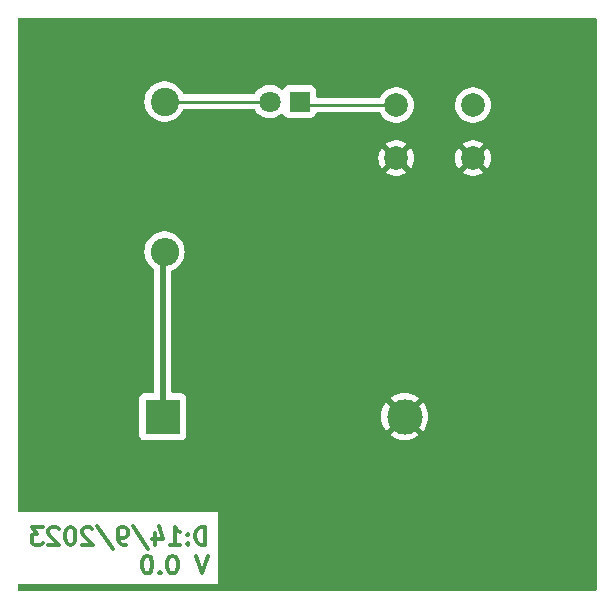
<source format=gbr>
%TF.GenerationSoftware,KiCad,Pcbnew,7.0.1*%
%TF.CreationDate,2023-09-18T10:01:42+03:00*%
%TF.ProjectId,led_tourch,6c65645f-746f-4757-9263-682e6b696361,Mohamed Saber*%
%TF.SameCoordinates,Original*%
%TF.FileFunction,Copper,L2,Bot*%
%TF.FilePolarity,Positive*%
%FSLAX45Y45*%
G04 Gerber Fmt 4.5, Leading zero omitted, Abs format (unit mm)*
G04 Created by KiCad (PCBNEW 7.0.1) date 2023-09-18 10:01:42*
%MOMM*%
%LPD*%
G01*
G04 APERTURE LIST*
%ADD10C,0.300000*%
%TA.AperFunction,NonConductor*%
%ADD11C,0.300000*%
%TD*%
%TA.AperFunction,ComponentPad*%
%ADD12R,1.800000X1.800000*%
%TD*%
%TA.AperFunction,ComponentPad*%
%ADD13C,1.800000*%
%TD*%
%TA.AperFunction,ComponentPad*%
%ADD14R,3.000000X3.000000*%
%TD*%
%TA.AperFunction,ComponentPad*%
%ADD15C,3.000000*%
%TD*%
%TA.AperFunction,ComponentPad*%
%ADD16C,2.000000*%
%TD*%
%TA.AperFunction,ComponentPad*%
%ADD17C,2.400000*%
%TD*%
%TA.AperFunction,ComponentPad*%
%ADD18O,2.400000X2.400000*%
%TD*%
%TA.AperFunction,Conductor*%
%ADD19C,0.250000*%
%TD*%
%TA.AperFunction,Conductor*%
%ADD20C,0.500000*%
%TD*%
G04 APERTURE END LIST*
D10*
D11*
X17363286Y-7180843D02*
X17363286Y-7030843D01*
X17363286Y-7030843D02*
X17327571Y-7030843D01*
X17327571Y-7030843D02*
X17306143Y-7037986D01*
X17306143Y-7037986D02*
X17291857Y-7052271D01*
X17291857Y-7052271D02*
X17284714Y-7066557D01*
X17284714Y-7066557D02*
X17277571Y-7095128D01*
X17277571Y-7095128D02*
X17277571Y-7116557D01*
X17277571Y-7116557D02*
X17284714Y-7145128D01*
X17284714Y-7145128D02*
X17291857Y-7159414D01*
X17291857Y-7159414D02*
X17306143Y-7173700D01*
X17306143Y-7173700D02*
X17327571Y-7180843D01*
X17327571Y-7180843D02*
X17363286Y-7180843D01*
X17213286Y-7166557D02*
X17206143Y-7173700D01*
X17206143Y-7173700D02*
X17213286Y-7180843D01*
X17213286Y-7180843D02*
X17220429Y-7173700D01*
X17220429Y-7173700D02*
X17213286Y-7166557D01*
X17213286Y-7166557D02*
X17213286Y-7180843D01*
X17213286Y-7087986D02*
X17206143Y-7095128D01*
X17206143Y-7095128D02*
X17213286Y-7102271D01*
X17213286Y-7102271D02*
X17220429Y-7095128D01*
X17220429Y-7095128D02*
X17213286Y-7087986D01*
X17213286Y-7087986D02*
X17213286Y-7102271D01*
X17063286Y-7180843D02*
X17149000Y-7180843D01*
X17106143Y-7180843D02*
X17106143Y-7030843D01*
X17106143Y-7030843D02*
X17120429Y-7052271D01*
X17120429Y-7052271D02*
X17134714Y-7066557D01*
X17134714Y-7066557D02*
X17149000Y-7073700D01*
X16934714Y-7080843D02*
X16934714Y-7180843D01*
X16970429Y-7023700D02*
X17006143Y-7130843D01*
X17006143Y-7130843D02*
X16913286Y-7130843D01*
X16749000Y-7023700D02*
X16877571Y-7216557D01*
X16691857Y-7180843D02*
X16663286Y-7180843D01*
X16663286Y-7180843D02*
X16649000Y-7173700D01*
X16649000Y-7173700D02*
X16641857Y-7166557D01*
X16641857Y-7166557D02*
X16627571Y-7145128D01*
X16627571Y-7145128D02*
X16620428Y-7116557D01*
X16620428Y-7116557D02*
X16620428Y-7059414D01*
X16620428Y-7059414D02*
X16627571Y-7045128D01*
X16627571Y-7045128D02*
X16634714Y-7037986D01*
X16634714Y-7037986D02*
X16649000Y-7030843D01*
X16649000Y-7030843D02*
X16677571Y-7030843D01*
X16677571Y-7030843D02*
X16691857Y-7037986D01*
X16691857Y-7037986D02*
X16699000Y-7045128D01*
X16699000Y-7045128D02*
X16706143Y-7059414D01*
X16706143Y-7059414D02*
X16706143Y-7095128D01*
X16706143Y-7095128D02*
X16699000Y-7109414D01*
X16699000Y-7109414D02*
X16691857Y-7116557D01*
X16691857Y-7116557D02*
X16677571Y-7123700D01*
X16677571Y-7123700D02*
X16649000Y-7123700D01*
X16649000Y-7123700D02*
X16634714Y-7116557D01*
X16634714Y-7116557D02*
X16627571Y-7109414D01*
X16627571Y-7109414D02*
X16620428Y-7095128D01*
X16449000Y-7023700D02*
X16577571Y-7216557D01*
X16406143Y-7045128D02*
X16399000Y-7037986D01*
X16399000Y-7037986D02*
X16384714Y-7030843D01*
X16384714Y-7030843D02*
X16349000Y-7030843D01*
X16349000Y-7030843D02*
X16334714Y-7037986D01*
X16334714Y-7037986D02*
X16327571Y-7045128D01*
X16327571Y-7045128D02*
X16320428Y-7059414D01*
X16320428Y-7059414D02*
X16320428Y-7073700D01*
X16320428Y-7073700D02*
X16327571Y-7095128D01*
X16327571Y-7095128D02*
X16413286Y-7180843D01*
X16413286Y-7180843D02*
X16320428Y-7180843D01*
X16227571Y-7030843D02*
X16213286Y-7030843D01*
X16213286Y-7030843D02*
X16199000Y-7037986D01*
X16199000Y-7037986D02*
X16191857Y-7045128D01*
X16191857Y-7045128D02*
X16184714Y-7059414D01*
X16184714Y-7059414D02*
X16177571Y-7087986D01*
X16177571Y-7087986D02*
X16177571Y-7123700D01*
X16177571Y-7123700D02*
X16184714Y-7152271D01*
X16184714Y-7152271D02*
X16191857Y-7166557D01*
X16191857Y-7166557D02*
X16199000Y-7173700D01*
X16199000Y-7173700D02*
X16213286Y-7180843D01*
X16213286Y-7180843D02*
X16227571Y-7180843D01*
X16227571Y-7180843D02*
X16241857Y-7173700D01*
X16241857Y-7173700D02*
X16249000Y-7166557D01*
X16249000Y-7166557D02*
X16256143Y-7152271D01*
X16256143Y-7152271D02*
X16263286Y-7123700D01*
X16263286Y-7123700D02*
X16263286Y-7087986D01*
X16263286Y-7087986D02*
X16256143Y-7059414D01*
X16256143Y-7059414D02*
X16249000Y-7045128D01*
X16249000Y-7045128D02*
X16241857Y-7037986D01*
X16241857Y-7037986D02*
X16227571Y-7030843D01*
X16120429Y-7045128D02*
X16113286Y-7037986D01*
X16113286Y-7037986D02*
X16099000Y-7030843D01*
X16099000Y-7030843D02*
X16063286Y-7030843D01*
X16063286Y-7030843D02*
X16049000Y-7037986D01*
X16049000Y-7037986D02*
X16041857Y-7045128D01*
X16041857Y-7045128D02*
X16034714Y-7059414D01*
X16034714Y-7059414D02*
X16034714Y-7073700D01*
X16034714Y-7073700D02*
X16041857Y-7095128D01*
X16041857Y-7095128D02*
X16127571Y-7180843D01*
X16127571Y-7180843D02*
X16034714Y-7180843D01*
X15984714Y-7030843D02*
X15891857Y-7030843D01*
X15891857Y-7030843D02*
X15941857Y-7087986D01*
X15941857Y-7087986D02*
X15920429Y-7087986D01*
X15920429Y-7087986D02*
X15906143Y-7095128D01*
X15906143Y-7095128D02*
X15899000Y-7102271D01*
X15899000Y-7102271D02*
X15891857Y-7116557D01*
X15891857Y-7116557D02*
X15891857Y-7152271D01*
X15891857Y-7152271D02*
X15899000Y-7166557D01*
X15899000Y-7166557D02*
X15906143Y-7173700D01*
X15906143Y-7173700D02*
X15920429Y-7180843D01*
X15920429Y-7180843D02*
X15963286Y-7180843D01*
X15963286Y-7180843D02*
X15977571Y-7173700D01*
X15977571Y-7173700D02*
X15984714Y-7166557D01*
X17384714Y-7273843D02*
X17334714Y-7423843D01*
X17334714Y-7423843D02*
X17284714Y-7273843D01*
X17091857Y-7273843D02*
X17077571Y-7273843D01*
X17077571Y-7273843D02*
X17063286Y-7280986D01*
X17063286Y-7280986D02*
X17056143Y-7288128D01*
X17056143Y-7288128D02*
X17049000Y-7302414D01*
X17049000Y-7302414D02*
X17041857Y-7330986D01*
X17041857Y-7330986D02*
X17041857Y-7366700D01*
X17041857Y-7366700D02*
X17049000Y-7395271D01*
X17049000Y-7395271D02*
X17056143Y-7409557D01*
X17056143Y-7409557D02*
X17063286Y-7416700D01*
X17063286Y-7416700D02*
X17077571Y-7423843D01*
X17077571Y-7423843D02*
X17091857Y-7423843D01*
X17091857Y-7423843D02*
X17106143Y-7416700D01*
X17106143Y-7416700D02*
X17113286Y-7409557D01*
X17113286Y-7409557D02*
X17120429Y-7395271D01*
X17120429Y-7395271D02*
X17127571Y-7366700D01*
X17127571Y-7366700D02*
X17127571Y-7330986D01*
X17127571Y-7330986D02*
X17120429Y-7302414D01*
X17120429Y-7302414D02*
X17113286Y-7288128D01*
X17113286Y-7288128D02*
X17106143Y-7280986D01*
X17106143Y-7280986D02*
X17091857Y-7273843D01*
X16977572Y-7409557D02*
X16970429Y-7416700D01*
X16970429Y-7416700D02*
X16977572Y-7423843D01*
X16977572Y-7423843D02*
X16984714Y-7416700D01*
X16984714Y-7416700D02*
X16977572Y-7409557D01*
X16977572Y-7409557D02*
X16977572Y-7423843D01*
X16877571Y-7273843D02*
X16863286Y-7273843D01*
X16863286Y-7273843D02*
X16849000Y-7280986D01*
X16849000Y-7280986D02*
X16841857Y-7288128D01*
X16841857Y-7288128D02*
X16834714Y-7302414D01*
X16834714Y-7302414D02*
X16827571Y-7330986D01*
X16827571Y-7330986D02*
X16827571Y-7366700D01*
X16827571Y-7366700D02*
X16834714Y-7395271D01*
X16834714Y-7395271D02*
X16841857Y-7409557D01*
X16841857Y-7409557D02*
X16849000Y-7416700D01*
X16849000Y-7416700D02*
X16863286Y-7423843D01*
X16863286Y-7423843D02*
X16877571Y-7423843D01*
X16877571Y-7423843D02*
X16891857Y-7416700D01*
X16891857Y-7416700D02*
X16899000Y-7409557D01*
X16899000Y-7409557D02*
X16906143Y-7395271D01*
X16906143Y-7395271D02*
X16913286Y-7366700D01*
X16913286Y-7366700D02*
X16913286Y-7330986D01*
X16913286Y-7330986D02*
X16906143Y-7302414D01*
X16906143Y-7302414D02*
X16899000Y-7288128D01*
X16899000Y-7288128D02*
X16891857Y-7280986D01*
X16891857Y-7280986D02*
X16877571Y-7273843D01*
D12*
%TO.P,D1,1,K*%
%TO.N,Net-(D1-K)*%
X18161000Y-3429000D03*
D13*
%TO.P,D1,2,A*%
%TO.N,Net-(D1-A)*%
X17907000Y-3429000D03*
%TD*%
D14*
%TO.P,BT1,1,+*%
%TO.N,VCC*%
X17001000Y-6096000D03*
D15*
%TO.P,BT1,2,-*%
%TO.N,GND*%
X19050000Y-6096000D03*
%TD*%
D16*
%TO.P,SW1,1,1*%
%TO.N,Net-(D1-K)*%
X18979000Y-3458000D03*
X19629000Y-3458000D03*
%TO.P,SW1,2,2*%
%TO.N,GND*%
X18979000Y-3908000D03*
X19629000Y-3908000D03*
%TD*%
D17*
%TO.P,R1,1*%
%TO.N,Net-(D1-A)*%
X17018000Y-3429000D03*
D18*
%TO.P,R1,2*%
%TO.N,VCC*%
X17018000Y-4699000D03*
%TD*%
D19*
%TO.N,Net-(D1-A)*%
X17907000Y-3429000D02*
X17018000Y-3429000D01*
D20*
%TO.N,VCC*%
X17001000Y-6096000D02*
X17001000Y-4716000D01*
X17001000Y-4716000D02*
X17018000Y-4699000D01*
D19*
%TO.N,Net-(D1-K)*%
X18979000Y-3458000D02*
X18190000Y-3458000D01*
X18190000Y-3458000D02*
X18161000Y-3429000D01*
D20*
%TO.N,GND*%
X19050000Y-3979000D02*
X18979000Y-3908000D01*
%TD*%
%TA.AperFunction,Conductor*%
%TO.N,GND*%
G36*
X20669400Y-2719461D02*
G01*
X20673939Y-2724000D01*
X20675600Y-2730200D01*
X20675600Y-7556800D01*
X20673939Y-7563000D01*
X20669400Y-7567539D01*
X20663200Y-7569200D01*
X15785800Y-7569200D01*
X15779600Y-7567539D01*
X15775061Y-7563000D01*
X15773400Y-7556800D01*
X15773400Y-7526079D01*
X15775061Y-7519879D01*
X15779600Y-7515340D01*
X15785800Y-7513679D01*
X17470479Y-7513679D01*
X17470479Y-6902721D01*
X15785800Y-6902721D01*
X15779600Y-6901060D01*
X15775061Y-6896521D01*
X15773400Y-6890321D01*
X15773400Y-6250787D01*
X16800950Y-6250787D01*
X16801297Y-6254011D01*
X16801591Y-6256748D01*
X16806620Y-6270233D01*
X16815245Y-6281755D01*
X16826767Y-6290380D01*
X16840252Y-6295409D01*
X16846213Y-6296050D01*
X17155787Y-6296050D01*
X17161748Y-6295409D01*
X17175233Y-6290380D01*
X17186755Y-6281755D01*
X17195380Y-6270233D01*
X17200409Y-6256748D01*
X17200703Y-6254011D01*
X18927344Y-6254011D01*
X18941596Y-6264681D01*
X18966705Y-6278391D01*
X18993510Y-6288389D01*
X19021464Y-6294470D01*
X19050000Y-6296511D01*
X19078536Y-6294470D01*
X19106490Y-6288389D01*
X19133295Y-6278391D01*
X19158404Y-6264681D01*
X19172656Y-6254011D01*
X19050000Y-6131355D01*
X19050000Y-6131355D01*
X18927344Y-6254011D01*
X17200703Y-6254011D01*
X17201050Y-6250787D01*
X17201050Y-6096000D01*
X18849489Y-6096000D01*
X18851530Y-6124536D01*
X18857611Y-6152490D01*
X18867609Y-6179295D01*
X18881319Y-6204404D01*
X18891988Y-6218656D01*
X19014645Y-6096000D01*
X19014645Y-6096000D01*
X19085355Y-6096000D01*
X19208012Y-6218656D01*
X19218681Y-6204404D01*
X19232391Y-6179295D01*
X19242389Y-6152490D01*
X19248470Y-6124536D01*
X19250511Y-6096000D01*
X19248470Y-6067464D01*
X19242389Y-6039510D01*
X19232391Y-6012705D01*
X19218681Y-5987596D01*
X19208012Y-5973344D01*
X19085355Y-6096000D01*
X19014645Y-6096000D01*
X18891988Y-5973344D01*
X18891988Y-5973344D01*
X18881320Y-5987595D01*
X18867609Y-6012705D01*
X18857611Y-6039510D01*
X18851530Y-6067464D01*
X18849489Y-6096000D01*
X17201050Y-6096000D01*
X17201050Y-5941213D01*
X17200703Y-5937988D01*
X18927344Y-5937988D01*
X19050000Y-6060645D01*
X19050000Y-6060645D01*
X19172656Y-5937988D01*
X19158404Y-5927319D01*
X19133295Y-5913609D01*
X19106490Y-5903611D01*
X19078536Y-5897530D01*
X19050000Y-5895489D01*
X19021464Y-5897530D01*
X18993510Y-5903611D01*
X18966705Y-5913609D01*
X18941595Y-5927319D01*
X18927344Y-5937988D01*
X18927344Y-5937988D01*
X17200703Y-5937988D01*
X17200409Y-5935252D01*
X17195380Y-5921767D01*
X17186755Y-5910245D01*
X17175233Y-5901620D01*
X17161748Y-5896591D01*
X17155787Y-5895950D01*
X17155787Y-5895950D01*
X17088450Y-5895950D01*
X17082250Y-5894289D01*
X17077711Y-5889750D01*
X17076050Y-5883550D01*
X17076050Y-4867577D01*
X17077951Y-4860980D01*
X17083070Y-4856405D01*
X17103263Y-4846681D01*
X17124322Y-4832323D01*
X17143005Y-4814988D01*
X17158896Y-4795061D01*
X17171639Y-4772989D01*
X17180951Y-4749264D01*
X17186622Y-4724416D01*
X17188527Y-4699000D01*
X17186622Y-4673584D01*
X17180951Y-4648736D01*
X17171639Y-4625011D01*
X17158896Y-4602939D01*
X17143005Y-4583012D01*
X17124322Y-4565677D01*
X17103263Y-4551320D01*
X17080300Y-4540261D01*
X17055946Y-4532749D01*
X17030744Y-4528950D01*
X17005257Y-4528950D01*
X16980054Y-4532749D01*
X16955700Y-4540261D01*
X16932737Y-4551320D01*
X16922207Y-4558498D01*
X16911678Y-4565677D01*
X16892995Y-4583012D01*
X16877104Y-4602939D01*
X16864361Y-4625011D01*
X16855049Y-4648736D01*
X16849378Y-4673585D01*
X16847473Y-4699000D01*
X16849378Y-4724415D01*
X16855049Y-4749264D01*
X16864361Y-4772989D01*
X16877104Y-4795061D01*
X16877104Y-4795061D01*
X16892995Y-4814988D01*
X16909323Y-4830138D01*
X16911679Y-4832323D01*
X16920535Y-4838362D01*
X16924513Y-4842813D01*
X16925950Y-4848607D01*
X16925950Y-5883550D01*
X16924289Y-5889750D01*
X16919750Y-5894289D01*
X16913550Y-5895950D01*
X16846213Y-5895950D01*
X16843232Y-5896270D01*
X16840252Y-5896591D01*
X16826767Y-5901620D01*
X16815245Y-5910245D01*
X16806620Y-5921767D01*
X16801591Y-5935252D01*
X16800950Y-5941213D01*
X16800950Y-6250787D01*
X15773400Y-6250787D01*
X15773400Y-4030361D01*
X18891994Y-4030361D01*
X18896677Y-4034005D01*
X18918539Y-4045837D01*
X18942051Y-4053908D01*
X18966571Y-4058000D01*
X18991429Y-4058000D01*
X19015949Y-4053908D01*
X19039461Y-4045837D01*
X19061323Y-4034005D01*
X19066006Y-4030361D01*
X19541994Y-4030361D01*
X19546677Y-4034005D01*
X19568539Y-4045837D01*
X19592051Y-4053908D01*
X19616571Y-4058000D01*
X19641429Y-4058000D01*
X19665949Y-4053908D01*
X19689461Y-4045837D01*
X19711323Y-4034005D01*
X19716006Y-4030361D01*
X19629000Y-3943355D01*
X19541994Y-4030361D01*
X19541994Y-4030361D01*
X19066006Y-4030361D01*
X19066006Y-4030361D01*
X18979000Y-3943355D01*
X18891994Y-4030361D01*
X18891994Y-4030361D01*
X15773400Y-4030361D01*
X15773400Y-3908000D01*
X18828486Y-3908000D01*
X18830539Y-3932773D01*
X18836641Y-3956872D01*
X18846627Y-3979637D01*
X18856656Y-3994988D01*
X18856656Y-3994988D01*
X18943645Y-3908000D01*
X19014355Y-3908000D01*
X19101343Y-3994988D01*
X19111373Y-3979637D01*
X19121359Y-3956872D01*
X19127461Y-3932773D01*
X19129514Y-3908000D01*
X19478486Y-3908000D01*
X19480539Y-3932773D01*
X19486641Y-3956872D01*
X19496627Y-3979637D01*
X19506656Y-3994988D01*
X19506656Y-3994988D01*
X19593645Y-3908000D01*
X19664355Y-3908000D01*
X19751343Y-3994988D01*
X19761373Y-3979637D01*
X19771359Y-3956872D01*
X19777461Y-3932773D01*
X19779514Y-3908000D01*
X19777461Y-3883227D01*
X19771359Y-3859128D01*
X19761373Y-3836363D01*
X19751343Y-3821012D01*
X19664355Y-3908000D01*
X19664355Y-3908000D01*
X19593645Y-3908000D01*
X19593645Y-3908000D01*
X19506656Y-3821012D01*
X19496627Y-3836363D01*
X19486641Y-3859128D01*
X19480539Y-3883227D01*
X19478486Y-3908000D01*
X19129514Y-3908000D01*
X19127461Y-3883227D01*
X19121359Y-3859128D01*
X19111373Y-3836363D01*
X19101343Y-3821012D01*
X19014355Y-3908000D01*
X19014355Y-3908000D01*
X18943645Y-3908000D01*
X18943645Y-3908000D01*
X18856656Y-3821012D01*
X18846627Y-3836363D01*
X18836641Y-3859128D01*
X18830539Y-3883227D01*
X18828486Y-3908000D01*
X15773400Y-3908000D01*
X15773400Y-3785639D01*
X18891994Y-3785639D01*
X18979000Y-3872645D01*
X18979000Y-3872645D01*
X19066006Y-3785639D01*
X19541994Y-3785639D01*
X19629000Y-3872645D01*
X19629000Y-3872645D01*
X19716006Y-3785639D01*
X19716006Y-3785639D01*
X19711324Y-3781995D01*
X19689461Y-3770163D01*
X19665949Y-3762092D01*
X19641429Y-3758000D01*
X19616571Y-3758000D01*
X19592051Y-3762092D01*
X19568539Y-3770163D01*
X19546676Y-3781995D01*
X19541994Y-3785639D01*
X19541994Y-3785639D01*
X19066006Y-3785639D01*
X19066006Y-3785639D01*
X19061324Y-3781995D01*
X19039461Y-3770163D01*
X19015949Y-3762092D01*
X18991429Y-3758000D01*
X18966571Y-3758000D01*
X18942051Y-3762092D01*
X18918539Y-3770163D01*
X18896676Y-3781995D01*
X18891994Y-3785639D01*
X18891994Y-3785639D01*
X15773400Y-3785639D01*
X15773400Y-3429000D01*
X16847473Y-3429000D01*
X16849378Y-3454415D01*
X16855049Y-3479264D01*
X16864361Y-3502989D01*
X16876718Y-3524393D01*
X16877104Y-3525061D01*
X16892995Y-3544988D01*
X16911678Y-3562323D01*
X16932737Y-3576680D01*
X16955700Y-3587739D01*
X16980054Y-3595251D01*
X17005257Y-3599050D01*
X17030744Y-3599050D01*
X17055946Y-3595251D01*
X17080300Y-3587739D01*
X17103263Y-3576680D01*
X17124322Y-3562323D01*
X17143005Y-3544988D01*
X17158896Y-3525061D01*
X17171639Y-3502989D01*
X17173040Y-3499420D01*
X17175706Y-3495292D01*
X17179766Y-3492524D01*
X17184583Y-3491550D01*
X17773865Y-3491550D01*
X17779767Y-3493044D01*
X17784246Y-3497168D01*
X17796102Y-3515315D01*
X17811822Y-3532391D01*
X17830137Y-3546647D01*
X17850550Y-3557694D01*
X17861526Y-3561462D01*
X17872502Y-3565230D01*
X17872502Y-3565230D01*
X17872502Y-3565230D01*
X17895395Y-3569050D01*
X17918605Y-3569050D01*
X17918605Y-3569050D01*
X17941498Y-3565230D01*
X17963450Y-3557694D01*
X17983863Y-3546647D01*
X18002178Y-3532391D01*
X18003013Y-3531484D01*
X18008275Y-3528099D01*
X18014521Y-3527714D01*
X18020159Y-3530428D01*
X18023754Y-3535549D01*
X18026620Y-3543233D01*
X18035245Y-3554755D01*
X18046767Y-3563380D01*
X18060252Y-3568409D01*
X18066213Y-3569050D01*
X18255787Y-3569050D01*
X18261748Y-3568409D01*
X18275233Y-3563380D01*
X18286755Y-3554755D01*
X18295380Y-3543233D01*
X18300409Y-3529748D01*
X18300409Y-3529748D01*
X18300831Y-3528617D01*
X18303475Y-3524393D01*
X18307568Y-3521551D01*
X18312449Y-3520550D01*
X18834485Y-3520550D01*
X18839151Y-3521461D01*
X18843132Y-3524062D01*
X18845841Y-3527969D01*
X18846583Y-3529660D01*
X18846583Y-3529661D01*
X18860184Y-3550478D01*
X18877026Y-3568774D01*
X18877381Y-3569050D01*
X18896649Y-3584047D01*
X18896649Y-3584047D01*
X18896649Y-3584047D01*
X18918519Y-3595883D01*
X18942039Y-3603957D01*
X18966567Y-3608050D01*
X18991434Y-3608050D01*
X19015961Y-3603957D01*
X19039481Y-3595883D01*
X19061351Y-3584047D01*
X19080974Y-3568774D01*
X19097816Y-3550478D01*
X19111417Y-3529661D01*
X19121406Y-3506888D01*
X19127511Y-3482782D01*
X19129564Y-3458000D01*
X19478436Y-3458000D01*
X19480489Y-3482782D01*
X19480489Y-3482782D01*
X19480489Y-3482782D01*
X19486594Y-3506888D01*
X19488241Y-3510643D01*
X19496583Y-3529660D01*
X19496583Y-3529661D01*
X19510184Y-3550478D01*
X19527026Y-3568774D01*
X19527381Y-3569050D01*
X19546649Y-3584047D01*
X19546649Y-3584047D01*
X19546649Y-3584047D01*
X19568519Y-3595883D01*
X19592039Y-3603957D01*
X19616567Y-3608050D01*
X19641434Y-3608050D01*
X19665961Y-3603957D01*
X19689481Y-3595883D01*
X19711351Y-3584047D01*
X19730974Y-3568774D01*
X19747816Y-3550478D01*
X19761417Y-3529661D01*
X19771406Y-3506888D01*
X19777511Y-3482782D01*
X19779564Y-3458000D01*
X19777511Y-3433218D01*
X19771406Y-3409112D01*
X19762402Y-3388583D01*
X19761417Y-3386339D01*
X19756450Y-3378736D01*
X19747816Y-3365521D01*
X19730974Y-3347226D01*
X19725140Y-3342685D01*
X19711351Y-3331953D01*
X19711351Y-3331953D01*
X19711351Y-3331953D01*
X19689481Y-3320117D01*
X19689481Y-3320117D01*
X19689481Y-3320117D01*
X19665962Y-3312043D01*
X19641434Y-3307950D01*
X19616567Y-3307950D01*
X19592038Y-3312043D01*
X19568519Y-3320117D01*
X19546649Y-3331953D01*
X19527026Y-3347226D01*
X19527026Y-3347226D01*
X19527026Y-3347226D01*
X19519859Y-3355011D01*
X19510184Y-3365521D01*
X19496583Y-3386339D01*
X19489018Y-3403584D01*
X19486594Y-3409112D01*
X19481557Y-3429000D01*
X19480489Y-3433218D01*
X19478436Y-3458000D01*
X19129564Y-3458000D01*
X19127511Y-3433218D01*
X19121406Y-3409112D01*
X19112402Y-3388583D01*
X19111417Y-3386339D01*
X19106450Y-3378736D01*
X19097816Y-3365521D01*
X19080974Y-3347226D01*
X19075140Y-3342685D01*
X19061351Y-3331953D01*
X19061351Y-3331953D01*
X19061351Y-3331953D01*
X19039481Y-3320117D01*
X19039481Y-3320117D01*
X19039481Y-3320117D01*
X19015962Y-3312043D01*
X18991434Y-3307950D01*
X18966567Y-3307950D01*
X18942038Y-3312043D01*
X18918519Y-3320117D01*
X18896649Y-3331953D01*
X18877026Y-3347226D01*
X18877026Y-3347226D01*
X18877026Y-3347226D01*
X18869859Y-3355011D01*
X18860184Y-3365521D01*
X18846583Y-3386339D01*
X18845841Y-3388031D01*
X18843132Y-3391938D01*
X18839151Y-3394538D01*
X18834485Y-3395450D01*
X18313450Y-3395450D01*
X18307250Y-3393789D01*
X18302711Y-3389250D01*
X18301050Y-3383050D01*
X18301050Y-3334213D01*
X18300913Y-3332939D01*
X18300409Y-3328252D01*
X18295380Y-3314767D01*
X18286755Y-3303245D01*
X18275233Y-3294620D01*
X18261748Y-3289591D01*
X18255787Y-3288950D01*
X18255787Y-3288950D01*
X18066213Y-3288950D01*
X18060252Y-3289591D01*
X18046767Y-3294620D01*
X18035245Y-3303245D01*
X18026620Y-3314767D01*
X18023755Y-3322451D01*
X18020159Y-3327572D01*
X18014521Y-3330286D01*
X18008276Y-3329901D01*
X18003013Y-3326516D01*
X18002178Y-3325609D01*
X17983863Y-3311353D01*
X17983863Y-3311353D01*
X17963450Y-3300306D01*
X17963450Y-3300306D01*
X17963450Y-3300306D01*
X17941498Y-3292770D01*
X17922446Y-3289591D01*
X17918605Y-3288950D01*
X17895395Y-3288950D01*
X17891554Y-3289591D01*
X17872502Y-3292770D01*
X17850550Y-3300306D01*
X17830137Y-3311353D01*
X17811822Y-3325609D01*
X17803901Y-3334213D01*
X17796102Y-3342685D01*
X17784246Y-3360832D01*
X17779767Y-3364955D01*
X17773865Y-3366450D01*
X17184583Y-3366450D01*
X17179766Y-3365476D01*
X17175706Y-3362708D01*
X17173040Y-3358580D01*
X17171639Y-3355011D01*
X17164523Y-3342685D01*
X17158896Y-3332939D01*
X17143005Y-3313012D01*
X17124322Y-3295677D01*
X17103263Y-3281319D01*
X17080300Y-3270261D01*
X17055946Y-3262749D01*
X17030744Y-3258950D01*
X17005257Y-3258950D01*
X16980054Y-3262749D01*
X16955700Y-3270261D01*
X16932737Y-3281319D01*
X16922207Y-3288498D01*
X16911678Y-3295677D01*
X16898451Y-3307950D01*
X16892995Y-3313012D01*
X16880842Y-3328252D01*
X16877104Y-3332939D01*
X16864361Y-3355011D01*
X16855049Y-3378736D01*
X16849378Y-3403584D01*
X16847473Y-3429000D01*
X15773400Y-3429000D01*
X15773400Y-2730200D01*
X15775061Y-2724000D01*
X15779600Y-2719461D01*
X15785800Y-2717800D01*
X20663200Y-2717800D01*
X20669400Y-2719461D01*
G37*
%TD.AperFunction*%
%TD*%
M02*

</source>
